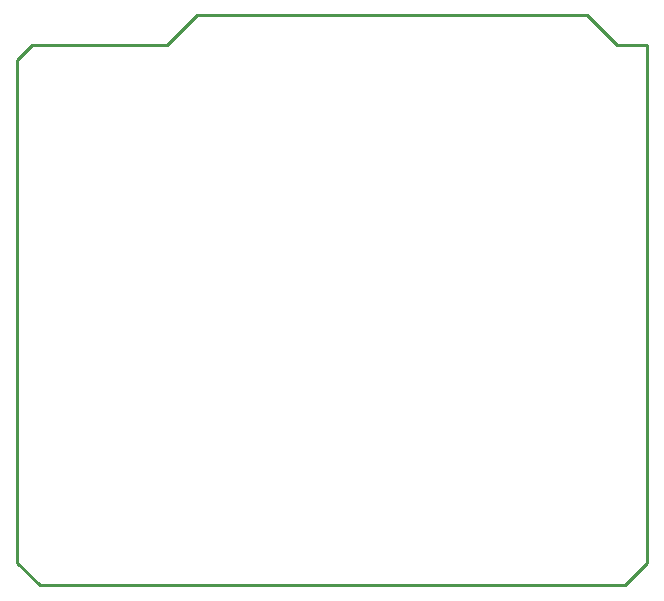
<source format=gbo>
G75*
%MOIN*%
%OFA0B0*%
%FSLAX24Y24*%
%IPPOS*%
%LPD*%
%AMOC8*
5,1,8,0,0,1.08239X$1,22.5*
%
%ADD10C,0.0100*%
D10*
X009083Y010752D02*
X028583Y010752D01*
X029333Y011502D01*
X029333Y028752D01*
X028333Y028752D01*
X027333Y029752D01*
X014333Y029752D01*
X013333Y028752D01*
X008833Y028752D01*
X008333Y028252D01*
X008333Y011502D01*
X009083Y010752D01*
M02*

</source>
